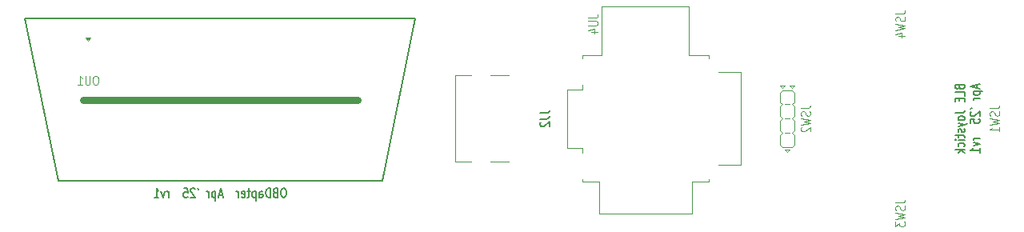
<source format=gbr>
G04 #@! TF.GenerationSoftware,KiCad,Pcbnew,8.0.5*
G04 #@! TF.CreationDate,2025-07-01T00:57:45-07:00*
G04 #@! TF.ProjectId,IotRollerBlinds,496f7452-6f6c-46c6-9572-426c696e6473,rev?*
G04 #@! TF.SameCoordinates,Original*
G04 #@! TF.FileFunction,Legend,Bot*
G04 #@! TF.FilePolarity,Positive*
%FSLAX46Y46*%
G04 Gerber Fmt 4.6, Leading zero omitted, Abs format (unit mm)*
G04 Created by KiCad (PCBNEW 8.0.5) date 2025-07-01 00:57:45*
%MOMM*%
%LPD*%
G01*
G04 APERTURE LIST*
%ADD10C,0.150000*%
%ADD11C,0.100000*%
%ADD12C,0.120000*%
%ADD13C,0.800000*%
G04 APERTURE END LIST*
D10*
X122736065Y-121685713D02*
X122783684Y-121799999D01*
X122783684Y-121799999D02*
X122831303Y-121838094D01*
X122831303Y-121838094D02*
X122926541Y-121876190D01*
X122926541Y-121876190D02*
X123069398Y-121876190D01*
X123069398Y-121876190D02*
X123164636Y-121838094D01*
X123164636Y-121838094D02*
X123212256Y-121799999D01*
X123212256Y-121799999D02*
X123259875Y-121723809D01*
X123259875Y-121723809D02*
X123259875Y-121419047D01*
X123259875Y-121419047D02*
X122259875Y-121419047D01*
X122259875Y-121419047D02*
X122259875Y-121685713D01*
X122259875Y-121685713D02*
X122307494Y-121761904D01*
X122307494Y-121761904D02*
X122355113Y-121799999D01*
X122355113Y-121799999D02*
X122450351Y-121838094D01*
X122450351Y-121838094D02*
X122545589Y-121838094D01*
X122545589Y-121838094D02*
X122640827Y-121799999D01*
X122640827Y-121799999D02*
X122688446Y-121761904D01*
X122688446Y-121761904D02*
X122736065Y-121685713D01*
X122736065Y-121685713D02*
X122736065Y-121419047D01*
X123259875Y-122599999D02*
X123259875Y-122219047D01*
X123259875Y-122219047D02*
X122259875Y-122219047D01*
X122736065Y-122866666D02*
X122736065Y-123133332D01*
X123259875Y-123247618D02*
X123259875Y-122866666D01*
X123259875Y-122866666D02*
X122259875Y-122866666D01*
X122259875Y-122866666D02*
X122259875Y-123247618D01*
X122259875Y-124428571D02*
X122974160Y-124428571D01*
X122974160Y-124428571D02*
X123117017Y-124390476D01*
X123117017Y-124390476D02*
X123212256Y-124314285D01*
X123212256Y-124314285D02*
X123259875Y-124200000D01*
X123259875Y-124200000D02*
X123259875Y-124123809D01*
X123259875Y-124923809D02*
X123212256Y-124847619D01*
X123212256Y-124847619D02*
X123164636Y-124809524D01*
X123164636Y-124809524D02*
X123069398Y-124771428D01*
X123069398Y-124771428D02*
X122783684Y-124771428D01*
X122783684Y-124771428D02*
X122688446Y-124809524D01*
X122688446Y-124809524D02*
X122640827Y-124847619D01*
X122640827Y-124847619D02*
X122593208Y-124923809D01*
X122593208Y-124923809D02*
X122593208Y-125038095D01*
X122593208Y-125038095D02*
X122640827Y-125114286D01*
X122640827Y-125114286D02*
X122688446Y-125152381D01*
X122688446Y-125152381D02*
X122783684Y-125190476D01*
X122783684Y-125190476D02*
X123069398Y-125190476D01*
X123069398Y-125190476D02*
X123164636Y-125152381D01*
X123164636Y-125152381D02*
X123212256Y-125114286D01*
X123212256Y-125114286D02*
X123259875Y-125038095D01*
X123259875Y-125038095D02*
X123259875Y-124923809D01*
X122593208Y-125457143D02*
X123259875Y-125647619D01*
X122593208Y-125838096D02*
X123259875Y-125647619D01*
X123259875Y-125647619D02*
X123497970Y-125571429D01*
X123497970Y-125571429D02*
X123545589Y-125533334D01*
X123545589Y-125533334D02*
X123593208Y-125457143D01*
X123212256Y-126104762D02*
X123259875Y-126180953D01*
X123259875Y-126180953D02*
X123259875Y-126333334D01*
X123259875Y-126333334D02*
X123212256Y-126409524D01*
X123212256Y-126409524D02*
X123117017Y-126447620D01*
X123117017Y-126447620D02*
X123069398Y-126447620D01*
X123069398Y-126447620D02*
X122974160Y-126409524D01*
X122974160Y-126409524D02*
X122926541Y-126333334D01*
X122926541Y-126333334D02*
X122926541Y-126219048D01*
X122926541Y-126219048D02*
X122878922Y-126142858D01*
X122878922Y-126142858D02*
X122783684Y-126104762D01*
X122783684Y-126104762D02*
X122736065Y-126104762D01*
X122736065Y-126104762D02*
X122640827Y-126142858D01*
X122640827Y-126142858D02*
X122593208Y-126219048D01*
X122593208Y-126219048D02*
X122593208Y-126333334D01*
X122593208Y-126333334D02*
X122640827Y-126409524D01*
X122593208Y-126676191D02*
X122593208Y-126980953D01*
X122259875Y-126790477D02*
X123117017Y-126790477D01*
X123117017Y-126790477D02*
X123212256Y-126828572D01*
X123212256Y-126828572D02*
X123259875Y-126904762D01*
X123259875Y-126904762D02*
X123259875Y-126980953D01*
X123259875Y-127247620D02*
X122593208Y-127247620D01*
X122259875Y-127247620D02*
X122307494Y-127209524D01*
X122307494Y-127209524D02*
X122355113Y-127247620D01*
X122355113Y-127247620D02*
X122307494Y-127285715D01*
X122307494Y-127285715D02*
X122259875Y-127247620D01*
X122259875Y-127247620D02*
X122355113Y-127247620D01*
X123212256Y-127971429D02*
X123259875Y-127895238D01*
X123259875Y-127895238D02*
X123259875Y-127742857D01*
X123259875Y-127742857D02*
X123212256Y-127666667D01*
X123212256Y-127666667D02*
X123164636Y-127628572D01*
X123164636Y-127628572D02*
X123069398Y-127590476D01*
X123069398Y-127590476D02*
X122783684Y-127590476D01*
X122783684Y-127590476D02*
X122688446Y-127628572D01*
X122688446Y-127628572D02*
X122640827Y-127666667D01*
X122640827Y-127666667D02*
X122593208Y-127742857D01*
X122593208Y-127742857D02*
X122593208Y-127895238D01*
X122593208Y-127895238D02*
X122640827Y-127971429D01*
X123259875Y-128314286D02*
X122259875Y-128314286D01*
X122878922Y-128390476D02*
X123259875Y-128619048D01*
X122593208Y-128619048D02*
X122974160Y-128314286D01*
X124584104Y-121399999D02*
X124584104Y-121780952D01*
X124869819Y-121323809D02*
X123869819Y-121590476D01*
X123869819Y-121590476D02*
X124869819Y-121857142D01*
X124203152Y-122123809D02*
X125203152Y-122123809D01*
X124250771Y-122123809D02*
X124203152Y-122199999D01*
X124203152Y-122199999D02*
X124203152Y-122352380D01*
X124203152Y-122352380D02*
X124250771Y-122428571D01*
X124250771Y-122428571D02*
X124298390Y-122466666D01*
X124298390Y-122466666D02*
X124393628Y-122504761D01*
X124393628Y-122504761D02*
X124679342Y-122504761D01*
X124679342Y-122504761D02*
X124774580Y-122466666D01*
X124774580Y-122466666D02*
X124822200Y-122428571D01*
X124822200Y-122428571D02*
X124869819Y-122352380D01*
X124869819Y-122352380D02*
X124869819Y-122199999D01*
X124869819Y-122199999D02*
X124822200Y-122123809D01*
X124869819Y-122847619D02*
X124203152Y-122847619D01*
X124393628Y-122847619D02*
X124298390Y-122885714D01*
X124298390Y-122885714D02*
X124250771Y-122923809D01*
X124250771Y-122923809D02*
X124203152Y-123000000D01*
X124203152Y-123000000D02*
X124203152Y-123076190D01*
X123869819Y-123990476D02*
X124060295Y-123914285D01*
X123965057Y-124295237D02*
X123917438Y-124333333D01*
X123917438Y-124333333D02*
X123869819Y-124409523D01*
X123869819Y-124409523D02*
X123869819Y-124599999D01*
X123869819Y-124599999D02*
X123917438Y-124676190D01*
X123917438Y-124676190D02*
X123965057Y-124714285D01*
X123965057Y-124714285D02*
X124060295Y-124752380D01*
X124060295Y-124752380D02*
X124155533Y-124752380D01*
X124155533Y-124752380D02*
X124298390Y-124714285D01*
X124298390Y-124714285D02*
X124869819Y-124257142D01*
X124869819Y-124257142D02*
X124869819Y-124752380D01*
X123869819Y-125476190D02*
X123869819Y-125095238D01*
X123869819Y-125095238D02*
X124346009Y-125057142D01*
X124346009Y-125057142D02*
X124298390Y-125095238D01*
X124298390Y-125095238D02*
X124250771Y-125171428D01*
X124250771Y-125171428D02*
X124250771Y-125361904D01*
X124250771Y-125361904D02*
X124298390Y-125438095D01*
X124298390Y-125438095D02*
X124346009Y-125476190D01*
X124346009Y-125476190D02*
X124441247Y-125514285D01*
X124441247Y-125514285D02*
X124679342Y-125514285D01*
X124679342Y-125514285D02*
X124774580Y-125476190D01*
X124774580Y-125476190D02*
X124822200Y-125438095D01*
X124822200Y-125438095D02*
X124869819Y-125361904D01*
X124869819Y-125361904D02*
X124869819Y-125171428D01*
X124869819Y-125171428D02*
X124822200Y-125095238D01*
X124822200Y-125095238D02*
X124774580Y-125057142D01*
X124869819Y-127076191D02*
X124203152Y-127076191D01*
X124393628Y-127076191D02*
X124298390Y-127114286D01*
X124298390Y-127114286D02*
X124250771Y-127152381D01*
X124250771Y-127152381D02*
X124203152Y-127228572D01*
X124203152Y-127228572D02*
X124203152Y-127304762D01*
X124203152Y-127495238D02*
X124869819Y-127685714D01*
X124869819Y-127685714D02*
X124203152Y-127876191D01*
X124869819Y-128600000D02*
X124869819Y-128142857D01*
X124869819Y-128371429D02*
X123869819Y-128371429D01*
X123869819Y-128371429D02*
X124012676Y-128295238D01*
X124012676Y-128295238D02*
X124107914Y-128219048D01*
X124107914Y-128219048D02*
X124155533Y-128142857D01*
X51280952Y-132369819D02*
X51128571Y-132369819D01*
X51128571Y-132369819D02*
X51052381Y-132417438D01*
X51052381Y-132417438D02*
X50976190Y-132512676D01*
X50976190Y-132512676D02*
X50938095Y-132703152D01*
X50938095Y-132703152D02*
X50938095Y-133036485D01*
X50938095Y-133036485D02*
X50976190Y-133226961D01*
X50976190Y-133226961D02*
X51052381Y-133322200D01*
X51052381Y-133322200D02*
X51128571Y-133369819D01*
X51128571Y-133369819D02*
X51280952Y-133369819D01*
X51280952Y-133369819D02*
X51357143Y-133322200D01*
X51357143Y-133322200D02*
X51433333Y-133226961D01*
X51433333Y-133226961D02*
X51471429Y-133036485D01*
X51471429Y-133036485D02*
X51471429Y-132703152D01*
X51471429Y-132703152D02*
X51433333Y-132512676D01*
X51433333Y-132512676D02*
X51357143Y-132417438D01*
X51357143Y-132417438D02*
X51280952Y-132369819D01*
X50328572Y-132846009D02*
X50214286Y-132893628D01*
X50214286Y-132893628D02*
X50176191Y-132941247D01*
X50176191Y-132941247D02*
X50138095Y-133036485D01*
X50138095Y-133036485D02*
X50138095Y-133179342D01*
X50138095Y-133179342D02*
X50176191Y-133274580D01*
X50176191Y-133274580D02*
X50214286Y-133322200D01*
X50214286Y-133322200D02*
X50290476Y-133369819D01*
X50290476Y-133369819D02*
X50595238Y-133369819D01*
X50595238Y-133369819D02*
X50595238Y-132369819D01*
X50595238Y-132369819D02*
X50328572Y-132369819D01*
X50328572Y-132369819D02*
X50252381Y-132417438D01*
X50252381Y-132417438D02*
X50214286Y-132465057D01*
X50214286Y-132465057D02*
X50176191Y-132560295D01*
X50176191Y-132560295D02*
X50176191Y-132655533D01*
X50176191Y-132655533D02*
X50214286Y-132750771D01*
X50214286Y-132750771D02*
X50252381Y-132798390D01*
X50252381Y-132798390D02*
X50328572Y-132846009D01*
X50328572Y-132846009D02*
X50595238Y-132846009D01*
X49795238Y-133369819D02*
X49795238Y-132369819D01*
X49795238Y-132369819D02*
X49604762Y-132369819D01*
X49604762Y-132369819D02*
X49490476Y-132417438D01*
X49490476Y-132417438D02*
X49414286Y-132512676D01*
X49414286Y-132512676D02*
X49376191Y-132607914D01*
X49376191Y-132607914D02*
X49338095Y-132798390D01*
X49338095Y-132798390D02*
X49338095Y-132941247D01*
X49338095Y-132941247D02*
X49376191Y-133131723D01*
X49376191Y-133131723D02*
X49414286Y-133226961D01*
X49414286Y-133226961D02*
X49490476Y-133322200D01*
X49490476Y-133322200D02*
X49604762Y-133369819D01*
X49604762Y-133369819D02*
X49795238Y-133369819D01*
X48652381Y-133369819D02*
X48652381Y-132846009D01*
X48652381Y-132846009D02*
X48690476Y-132750771D01*
X48690476Y-132750771D02*
X48766667Y-132703152D01*
X48766667Y-132703152D02*
X48919048Y-132703152D01*
X48919048Y-132703152D02*
X48995238Y-132750771D01*
X48652381Y-133322200D02*
X48728572Y-133369819D01*
X48728572Y-133369819D02*
X48919048Y-133369819D01*
X48919048Y-133369819D02*
X48995238Y-133322200D01*
X48995238Y-133322200D02*
X49033334Y-133226961D01*
X49033334Y-133226961D02*
X49033334Y-133131723D01*
X49033334Y-133131723D02*
X48995238Y-133036485D01*
X48995238Y-133036485D02*
X48919048Y-132988866D01*
X48919048Y-132988866D02*
X48728572Y-132988866D01*
X48728572Y-132988866D02*
X48652381Y-132941247D01*
X48271428Y-132703152D02*
X48271428Y-133703152D01*
X48271428Y-132750771D02*
X48195238Y-132703152D01*
X48195238Y-132703152D02*
X48042857Y-132703152D01*
X48042857Y-132703152D02*
X47966666Y-132750771D01*
X47966666Y-132750771D02*
X47928571Y-132798390D01*
X47928571Y-132798390D02*
X47890476Y-132893628D01*
X47890476Y-132893628D02*
X47890476Y-133179342D01*
X47890476Y-133179342D02*
X47928571Y-133274580D01*
X47928571Y-133274580D02*
X47966666Y-133322200D01*
X47966666Y-133322200D02*
X48042857Y-133369819D01*
X48042857Y-133369819D02*
X48195238Y-133369819D01*
X48195238Y-133369819D02*
X48271428Y-133322200D01*
X47661904Y-132703152D02*
X47357142Y-132703152D01*
X47547618Y-132369819D02*
X47547618Y-133226961D01*
X47547618Y-133226961D02*
X47509523Y-133322200D01*
X47509523Y-133322200D02*
X47433333Y-133369819D01*
X47433333Y-133369819D02*
X47357142Y-133369819D01*
X46785713Y-133322200D02*
X46861904Y-133369819D01*
X46861904Y-133369819D02*
X47014285Y-133369819D01*
X47014285Y-133369819D02*
X47090475Y-133322200D01*
X47090475Y-133322200D02*
X47128571Y-133226961D01*
X47128571Y-133226961D02*
X47128571Y-132846009D01*
X47128571Y-132846009D02*
X47090475Y-132750771D01*
X47090475Y-132750771D02*
X47014285Y-132703152D01*
X47014285Y-132703152D02*
X46861904Y-132703152D01*
X46861904Y-132703152D02*
X46785713Y-132750771D01*
X46785713Y-132750771D02*
X46747618Y-132846009D01*
X46747618Y-132846009D02*
X46747618Y-132941247D01*
X46747618Y-132941247D02*
X47128571Y-133036485D01*
X46404761Y-133369819D02*
X46404761Y-132703152D01*
X46404761Y-132893628D02*
X46366666Y-132798390D01*
X46366666Y-132798390D02*
X46328571Y-132750771D01*
X46328571Y-132750771D02*
X46252380Y-132703152D01*
X46252380Y-132703152D02*
X46176190Y-132703152D01*
X44728571Y-133084104D02*
X44347618Y-133084104D01*
X44804761Y-133369819D02*
X44538094Y-132369819D01*
X44538094Y-132369819D02*
X44271428Y-133369819D01*
X44004761Y-132703152D02*
X44004761Y-133703152D01*
X44004761Y-132750771D02*
X43928571Y-132703152D01*
X43928571Y-132703152D02*
X43776190Y-132703152D01*
X43776190Y-132703152D02*
X43699999Y-132750771D01*
X43699999Y-132750771D02*
X43661904Y-132798390D01*
X43661904Y-132798390D02*
X43623809Y-132893628D01*
X43623809Y-132893628D02*
X43623809Y-133179342D01*
X43623809Y-133179342D02*
X43661904Y-133274580D01*
X43661904Y-133274580D02*
X43699999Y-133322200D01*
X43699999Y-133322200D02*
X43776190Y-133369819D01*
X43776190Y-133369819D02*
X43928571Y-133369819D01*
X43928571Y-133369819D02*
X44004761Y-133322200D01*
X43280951Y-133369819D02*
X43280951Y-132703152D01*
X43280951Y-132893628D02*
X43242856Y-132798390D01*
X43242856Y-132798390D02*
X43204761Y-132750771D01*
X43204761Y-132750771D02*
X43128570Y-132703152D01*
X43128570Y-132703152D02*
X43052380Y-132703152D01*
X42138094Y-132369819D02*
X42214285Y-132560295D01*
X41833333Y-132465057D02*
X41795237Y-132417438D01*
X41795237Y-132417438D02*
X41719047Y-132369819D01*
X41719047Y-132369819D02*
X41528571Y-132369819D01*
X41528571Y-132369819D02*
X41452380Y-132417438D01*
X41452380Y-132417438D02*
X41414285Y-132465057D01*
X41414285Y-132465057D02*
X41376190Y-132560295D01*
X41376190Y-132560295D02*
X41376190Y-132655533D01*
X41376190Y-132655533D02*
X41414285Y-132798390D01*
X41414285Y-132798390D02*
X41871428Y-133369819D01*
X41871428Y-133369819D02*
X41376190Y-133369819D01*
X40652380Y-132369819D02*
X41033332Y-132369819D01*
X41033332Y-132369819D02*
X41071428Y-132846009D01*
X41071428Y-132846009D02*
X41033332Y-132798390D01*
X41033332Y-132798390D02*
X40957142Y-132750771D01*
X40957142Y-132750771D02*
X40766666Y-132750771D01*
X40766666Y-132750771D02*
X40690475Y-132798390D01*
X40690475Y-132798390D02*
X40652380Y-132846009D01*
X40652380Y-132846009D02*
X40614285Y-132941247D01*
X40614285Y-132941247D02*
X40614285Y-133179342D01*
X40614285Y-133179342D02*
X40652380Y-133274580D01*
X40652380Y-133274580D02*
X40690475Y-133322200D01*
X40690475Y-133322200D02*
X40766666Y-133369819D01*
X40766666Y-133369819D02*
X40957142Y-133369819D01*
X40957142Y-133369819D02*
X41033332Y-133322200D01*
X41033332Y-133322200D02*
X41071428Y-133274580D01*
X39052379Y-133369819D02*
X39052379Y-132703152D01*
X39052379Y-132893628D02*
X39014284Y-132798390D01*
X39014284Y-132798390D02*
X38976189Y-132750771D01*
X38976189Y-132750771D02*
X38899998Y-132703152D01*
X38899998Y-132703152D02*
X38823808Y-132703152D01*
X38633332Y-132703152D02*
X38442856Y-133369819D01*
X38442856Y-133369819D02*
X38252379Y-132703152D01*
X37528570Y-133369819D02*
X37985713Y-133369819D01*
X37757141Y-133369819D02*
X37757141Y-132369819D01*
X37757141Y-132369819D02*
X37833332Y-132512676D01*
X37833332Y-132512676D02*
X37909522Y-132607914D01*
X37909522Y-132607914D02*
X37985713Y-132655533D01*
D11*
X115957419Y-113895237D02*
X116671704Y-113895237D01*
X116671704Y-113895237D02*
X116814561Y-113857142D01*
X116814561Y-113857142D02*
X116909800Y-113780951D01*
X116909800Y-113780951D02*
X116957419Y-113666666D01*
X116957419Y-113666666D02*
X116957419Y-113590475D01*
X116909800Y-114238094D02*
X116957419Y-114352380D01*
X116957419Y-114352380D02*
X116957419Y-114542856D01*
X116957419Y-114542856D02*
X116909800Y-114619047D01*
X116909800Y-114619047D02*
X116862180Y-114657142D01*
X116862180Y-114657142D02*
X116766942Y-114695237D01*
X116766942Y-114695237D02*
X116671704Y-114695237D01*
X116671704Y-114695237D02*
X116576466Y-114657142D01*
X116576466Y-114657142D02*
X116528847Y-114619047D01*
X116528847Y-114619047D02*
X116481228Y-114542856D01*
X116481228Y-114542856D02*
X116433609Y-114390475D01*
X116433609Y-114390475D02*
X116385990Y-114314285D01*
X116385990Y-114314285D02*
X116338371Y-114276190D01*
X116338371Y-114276190D02*
X116243133Y-114238094D01*
X116243133Y-114238094D02*
X116147895Y-114238094D01*
X116147895Y-114238094D02*
X116052657Y-114276190D01*
X116052657Y-114276190D02*
X116005038Y-114314285D01*
X116005038Y-114314285D02*
X115957419Y-114390475D01*
X115957419Y-114390475D02*
X115957419Y-114580952D01*
X115957419Y-114580952D02*
X116005038Y-114695237D01*
X115957419Y-114961904D02*
X116957419Y-115152380D01*
X116957419Y-115152380D02*
X116243133Y-115304761D01*
X116243133Y-115304761D02*
X116957419Y-115457142D01*
X116957419Y-115457142D02*
X115957419Y-115647619D01*
X116290752Y-116295238D02*
X116957419Y-116295238D01*
X115909800Y-116104762D02*
X116624085Y-115914285D01*
X116624085Y-115914285D02*
X116624085Y-116409524D01*
D10*
X78344819Y-124428571D02*
X79059104Y-124428571D01*
X79059104Y-124428571D02*
X79201961Y-124390476D01*
X79201961Y-124390476D02*
X79297200Y-124314285D01*
X79297200Y-124314285D02*
X79344819Y-124200000D01*
X79344819Y-124200000D02*
X79344819Y-124123809D01*
X78344819Y-125038095D02*
X79059104Y-125038095D01*
X79059104Y-125038095D02*
X79201961Y-125000000D01*
X79201961Y-125000000D02*
X79297200Y-124923809D01*
X79297200Y-124923809D02*
X79344819Y-124809524D01*
X79344819Y-124809524D02*
X79344819Y-124733333D01*
X78440057Y-125380952D02*
X78392438Y-125419048D01*
X78392438Y-125419048D02*
X78344819Y-125495238D01*
X78344819Y-125495238D02*
X78344819Y-125685714D01*
X78344819Y-125685714D02*
X78392438Y-125761905D01*
X78392438Y-125761905D02*
X78440057Y-125800000D01*
X78440057Y-125800000D02*
X78535295Y-125838095D01*
X78535295Y-125838095D02*
X78630533Y-125838095D01*
X78630533Y-125838095D02*
X78773390Y-125800000D01*
X78773390Y-125800000D02*
X79344819Y-125342857D01*
X79344819Y-125342857D02*
X79344819Y-125838095D01*
D11*
X125957419Y-123895237D02*
X126671704Y-123895237D01*
X126671704Y-123895237D02*
X126814561Y-123857142D01*
X126814561Y-123857142D02*
X126909800Y-123780951D01*
X126909800Y-123780951D02*
X126957419Y-123666666D01*
X126957419Y-123666666D02*
X126957419Y-123590475D01*
X126909800Y-124238094D02*
X126957419Y-124352380D01*
X126957419Y-124352380D02*
X126957419Y-124542856D01*
X126957419Y-124542856D02*
X126909800Y-124619047D01*
X126909800Y-124619047D02*
X126862180Y-124657142D01*
X126862180Y-124657142D02*
X126766942Y-124695237D01*
X126766942Y-124695237D02*
X126671704Y-124695237D01*
X126671704Y-124695237D02*
X126576466Y-124657142D01*
X126576466Y-124657142D02*
X126528847Y-124619047D01*
X126528847Y-124619047D02*
X126481228Y-124542856D01*
X126481228Y-124542856D02*
X126433609Y-124390475D01*
X126433609Y-124390475D02*
X126385990Y-124314285D01*
X126385990Y-124314285D02*
X126338371Y-124276190D01*
X126338371Y-124276190D02*
X126243133Y-124238094D01*
X126243133Y-124238094D02*
X126147895Y-124238094D01*
X126147895Y-124238094D02*
X126052657Y-124276190D01*
X126052657Y-124276190D02*
X126005038Y-124314285D01*
X126005038Y-124314285D02*
X125957419Y-124390475D01*
X125957419Y-124390475D02*
X125957419Y-124580952D01*
X125957419Y-124580952D02*
X126005038Y-124695237D01*
X125957419Y-124961904D02*
X126957419Y-125152380D01*
X126957419Y-125152380D02*
X126243133Y-125304761D01*
X126243133Y-125304761D02*
X126957419Y-125457142D01*
X126957419Y-125457142D02*
X125957419Y-125647619D01*
X126957419Y-126371428D02*
X126957419Y-125914285D01*
X126957419Y-126142857D02*
X125957419Y-126142857D01*
X125957419Y-126142857D02*
X126100276Y-126066666D01*
X126100276Y-126066666D02*
X126195514Y-125990476D01*
X126195514Y-125990476D02*
X126243133Y-125914285D01*
X115957419Y-133895237D02*
X116671704Y-133895237D01*
X116671704Y-133895237D02*
X116814561Y-133857142D01*
X116814561Y-133857142D02*
X116909800Y-133780951D01*
X116909800Y-133780951D02*
X116957419Y-133666666D01*
X116957419Y-133666666D02*
X116957419Y-133590475D01*
X116909800Y-134238094D02*
X116957419Y-134352380D01*
X116957419Y-134352380D02*
X116957419Y-134542856D01*
X116957419Y-134542856D02*
X116909800Y-134619047D01*
X116909800Y-134619047D02*
X116862180Y-134657142D01*
X116862180Y-134657142D02*
X116766942Y-134695237D01*
X116766942Y-134695237D02*
X116671704Y-134695237D01*
X116671704Y-134695237D02*
X116576466Y-134657142D01*
X116576466Y-134657142D02*
X116528847Y-134619047D01*
X116528847Y-134619047D02*
X116481228Y-134542856D01*
X116481228Y-134542856D02*
X116433609Y-134390475D01*
X116433609Y-134390475D02*
X116385990Y-134314285D01*
X116385990Y-134314285D02*
X116338371Y-134276190D01*
X116338371Y-134276190D02*
X116243133Y-134238094D01*
X116243133Y-134238094D02*
X116147895Y-134238094D01*
X116147895Y-134238094D02*
X116052657Y-134276190D01*
X116052657Y-134276190D02*
X116005038Y-134314285D01*
X116005038Y-134314285D02*
X115957419Y-134390475D01*
X115957419Y-134390475D02*
X115957419Y-134580952D01*
X115957419Y-134580952D02*
X116005038Y-134695237D01*
X115957419Y-134961904D02*
X116957419Y-135152380D01*
X116957419Y-135152380D02*
X116243133Y-135304761D01*
X116243133Y-135304761D02*
X116957419Y-135457142D01*
X116957419Y-135457142D02*
X115957419Y-135647619D01*
X115957419Y-135876190D02*
X115957419Y-136371428D01*
X115957419Y-136371428D02*
X116338371Y-136104762D01*
X116338371Y-136104762D02*
X116338371Y-136219047D01*
X116338371Y-136219047D02*
X116385990Y-136295238D01*
X116385990Y-136295238D02*
X116433609Y-136333333D01*
X116433609Y-136333333D02*
X116528847Y-136371428D01*
X116528847Y-136371428D02*
X116766942Y-136371428D01*
X116766942Y-136371428D02*
X116862180Y-136333333D01*
X116862180Y-136333333D02*
X116909800Y-136295238D01*
X116909800Y-136295238D02*
X116957419Y-136219047D01*
X116957419Y-136219047D02*
X116957419Y-135990476D01*
X116957419Y-135990476D02*
X116909800Y-135914285D01*
X116909800Y-135914285D02*
X116862180Y-135876190D01*
X105957419Y-123895237D02*
X106671704Y-123895237D01*
X106671704Y-123895237D02*
X106814561Y-123857142D01*
X106814561Y-123857142D02*
X106909800Y-123780951D01*
X106909800Y-123780951D02*
X106957419Y-123666666D01*
X106957419Y-123666666D02*
X106957419Y-123590475D01*
X106909800Y-124238094D02*
X106957419Y-124352380D01*
X106957419Y-124352380D02*
X106957419Y-124542856D01*
X106957419Y-124542856D02*
X106909800Y-124619047D01*
X106909800Y-124619047D02*
X106862180Y-124657142D01*
X106862180Y-124657142D02*
X106766942Y-124695237D01*
X106766942Y-124695237D02*
X106671704Y-124695237D01*
X106671704Y-124695237D02*
X106576466Y-124657142D01*
X106576466Y-124657142D02*
X106528847Y-124619047D01*
X106528847Y-124619047D02*
X106481228Y-124542856D01*
X106481228Y-124542856D02*
X106433609Y-124390475D01*
X106433609Y-124390475D02*
X106385990Y-124314285D01*
X106385990Y-124314285D02*
X106338371Y-124276190D01*
X106338371Y-124276190D02*
X106243133Y-124238094D01*
X106243133Y-124238094D02*
X106147895Y-124238094D01*
X106147895Y-124238094D02*
X106052657Y-124276190D01*
X106052657Y-124276190D02*
X106005038Y-124314285D01*
X106005038Y-124314285D02*
X105957419Y-124390475D01*
X105957419Y-124390475D02*
X105957419Y-124580952D01*
X105957419Y-124580952D02*
X106005038Y-124695237D01*
X105957419Y-124961904D02*
X106957419Y-125152380D01*
X106957419Y-125152380D02*
X106243133Y-125304761D01*
X106243133Y-125304761D02*
X106957419Y-125457142D01*
X106957419Y-125457142D02*
X105957419Y-125647619D01*
X106052657Y-125914285D02*
X106005038Y-125952381D01*
X106005038Y-125952381D02*
X105957419Y-126028571D01*
X105957419Y-126028571D02*
X105957419Y-126219047D01*
X105957419Y-126219047D02*
X106005038Y-126295238D01*
X106005038Y-126295238D02*
X106052657Y-126333333D01*
X106052657Y-126333333D02*
X106147895Y-126371428D01*
X106147895Y-126371428D02*
X106243133Y-126371428D01*
X106243133Y-126371428D02*
X106385990Y-126333333D01*
X106385990Y-126333333D02*
X106957419Y-125876190D01*
X106957419Y-125876190D02*
X106957419Y-126371428D01*
X83457419Y-114314285D02*
X84171704Y-114314285D01*
X84171704Y-114314285D02*
X84314561Y-114276190D01*
X84314561Y-114276190D02*
X84409800Y-114199999D01*
X84409800Y-114199999D02*
X84457419Y-114085714D01*
X84457419Y-114085714D02*
X84457419Y-114009523D01*
X83457419Y-114695238D02*
X84266942Y-114695238D01*
X84266942Y-114695238D02*
X84362180Y-114733333D01*
X84362180Y-114733333D02*
X84409800Y-114771428D01*
X84409800Y-114771428D02*
X84457419Y-114847619D01*
X84457419Y-114847619D02*
X84457419Y-115000000D01*
X84457419Y-115000000D02*
X84409800Y-115076190D01*
X84409800Y-115076190D02*
X84362180Y-115114285D01*
X84362180Y-115114285D02*
X84266942Y-115152381D01*
X84266942Y-115152381D02*
X83457419Y-115152381D01*
X83790752Y-115876190D02*
X84457419Y-115876190D01*
X83409800Y-115685714D02*
X84124085Y-115495237D01*
X84124085Y-115495237D02*
X84124085Y-115990476D01*
X31376189Y-120457419D02*
X31223808Y-120457419D01*
X31223808Y-120457419D02*
X31147618Y-120505038D01*
X31147618Y-120505038D02*
X31071427Y-120600276D01*
X31071427Y-120600276D02*
X31033332Y-120790752D01*
X31033332Y-120790752D02*
X31033332Y-121124085D01*
X31033332Y-121124085D02*
X31071427Y-121314561D01*
X31071427Y-121314561D02*
X31147618Y-121409800D01*
X31147618Y-121409800D02*
X31223808Y-121457419D01*
X31223808Y-121457419D02*
X31376189Y-121457419D01*
X31376189Y-121457419D02*
X31452380Y-121409800D01*
X31452380Y-121409800D02*
X31528570Y-121314561D01*
X31528570Y-121314561D02*
X31566666Y-121124085D01*
X31566666Y-121124085D02*
X31566666Y-120790752D01*
X31566666Y-120790752D02*
X31528570Y-120600276D01*
X31528570Y-120600276D02*
X31452380Y-120505038D01*
X31452380Y-120505038D02*
X31376189Y-120457419D01*
X30690475Y-120457419D02*
X30690475Y-121266942D01*
X30690475Y-121266942D02*
X30652380Y-121362180D01*
X30652380Y-121362180D02*
X30614285Y-121409800D01*
X30614285Y-121409800D02*
X30538094Y-121457419D01*
X30538094Y-121457419D02*
X30385713Y-121457419D01*
X30385713Y-121457419D02*
X30309523Y-121409800D01*
X30309523Y-121409800D02*
X30271428Y-121362180D01*
X30271428Y-121362180D02*
X30233332Y-121266942D01*
X30233332Y-121266942D02*
X30233332Y-120457419D01*
X29433333Y-121457419D02*
X29890476Y-121457419D01*
X29661904Y-121457419D02*
X29661904Y-120457419D01*
X29661904Y-120457419D02*
X29738095Y-120600276D01*
X29738095Y-120600276D02*
X29814285Y-120695514D01*
X29814285Y-120695514D02*
X29890476Y-120743133D01*
X103750000Y-121500000D02*
X104250000Y-121500000D01*
X103750000Y-122250000D02*
X103750000Y-123250000D01*
X103750000Y-123250000D02*
X104000000Y-123500000D01*
X103750000Y-123750000D02*
X103750000Y-124750000D01*
X103750000Y-124750000D02*
X104000000Y-125000000D01*
X103750000Y-125250000D02*
X103750000Y-126250000D01*
X103750000Y-126250000D02*
X104000000Y-126500000D01*
X103750000Y-126750000D02*
X103750000Y-127750000D01*
X103750000Y-127750000D02*
X104000000Y-128000000D01*
X104000000Y-121750000D02*
X103750000Y-121500000D01*
X104000000Y-122000000D02*
X103750000Y-122250000D01*
X104000000Y-123500000D02*
X103750000Y-123750000D01*
X104000000Y-125000000D02*
X103750000Y-125250000D01*
X104000000Y-126500000D02*
X103750000Y-126750000D01*
X104000000Y-128000000D02*
X105000000Y-128000000D01*
X104250000Y-121500000D02*
X104000000Y-121750000D01*
X104250000Y-123500000D02*
X104750000Y-123500000D01*
X104250000Y-125000000D02*
X104750000Y-125000000D01*
X104250000Y-126500000D02*
X104750000Y-126500000D01*
X104250000Y-128250000D02*
X104750000Y-128250000D01*
X104500000Y-128500000D02*
X104250000Y-128250000D01*
X104750000Y-121500000D02*
X105250000Y-121500000D01*
X104750000Y-128250000D02*
X104500000Y-128500000D01*
X105000000Y-121750000D02*
X104750000Y-121500000D01*
X105000000Y-122000000D02*
X104000000Y-122000000D01*
X105000000Y-123500000D02*
X105250000Y-123250000D01*
X105000000Y-125000000D02*
X105250000Y-124750000D01*
X105000000Y-126500000D02*
X105250000Y-126250000D01*
X105000000Y-128000000D02*
X105250000Y-127750000D01*
X105250000Y-121500000D02*
X105000000Y-121750000D01*
X105250000Y-122250000D02*
X105000000Y-122000000D01*
X105250000Y-123250000D02*
X105250000Y-122250000D01*
X105250000Y-123750000D02*
X105000000Y-123500000D01*
X105250000Y-124750000D02*
X105250000Y-123750000D01*
X105250000Y-125250000D02*
X105000000Y-125000000D01*
X105250000Y-126250000D02*
X105250000Y-125250000D01*
X105250000Y-126750000D02*
X105000000Y-126500000D01*
X105250000Y-127750000D02*
X105250000Y-126750000D01*
D12*
X69390000Y-120420000D02*
X71095000Y-120420000D01*
X69390000Y-129580000D02*
X69390000Y-120420000D01*
X71095000Y-129580000D02*
X69390000Y-129580000D01*
X73105000Y-129580000D02*
X75025000Y-129580000D01*
X75025000Y-120420000D02*
X73105000Y-120420000D01*
D11*
X81200000Y-128100000D02*
X81200000Y-121900000D01*
X82800000Y-118300000D02*
X82800000Y-118600000D01*
X82800000Y-121400000D02*
X82800000Y-121900000D01*
X82800000Y-121900000D02*
X81200000Y-121900000D01*
X82800000Y-128100000D02*
X81200000Y-128100000D01*
X82800000Y-128100000D02*
X82800000Y-128600000D01*
X82800000Y-131700000D02*
X82800000Y-131400000D01*
X84600000Y-131700000D02*
X82800000Y-131700000D01*
X84600000Y-131700000D02*
X84600000Y-135100000D01*
X84900000Y-113100000D02*
X84900000Y-118300000D01*
X84900000Y-118300000D02*
X82800000Y-118300000D01*
X94100000Y-113100000D02*
X84900000Y-113100000D01*
X94100000Y-113100000D02*
X94100000Y-118300000D01*
X94400000Y-131700000D02*
X94400000Y-135100000D01*
X94400000Y-135100000D02*
X84600000Y-135100000D01*
X96200000Y-118300000D02*
X94100000Y-118300000D01*
X96200000Y-118300000D02*
X96200000Y-118600000D01*
X96200000Y-131700000D02*
X94400000Y-131700000D01*
X96200000Y-131700000D02*
X96200000Y-131400000D01*
X97250000Y-120100000D02*
X99600000Y-120100000D01*
X97250000Y-129900000D02*
X99600000Y-129900000D01*
X99600000Y-120100000D02*
X99600000Y-129900000D01*
D10*
X23850000Y-114400000D02*
X65150000Y-114400000D01*
X27350000Y-131600000D02*
X23850000Y-114400000D01*
X27350000Y-131600000D02*
X61650000Y-131600000D01*
D13*
X30000000Y-123000000D02*
X59000000Y-123000000D01*
D10*
X65150000Y-114400000D02*
X61650000Y-131600000D01*
D12*
X30500000Y-116740000D02*
X30260000Y-116410000D01*
X30740000Y-116410000D01*
X30500000Y-116740000D01*
G36*
X30500000Y-116740000D02*
G01*
X30260000Y-116410000D01*
X30740000Y-116410000D01*
X30500000Y-116740000D01*
G37*
M02*

</source>
